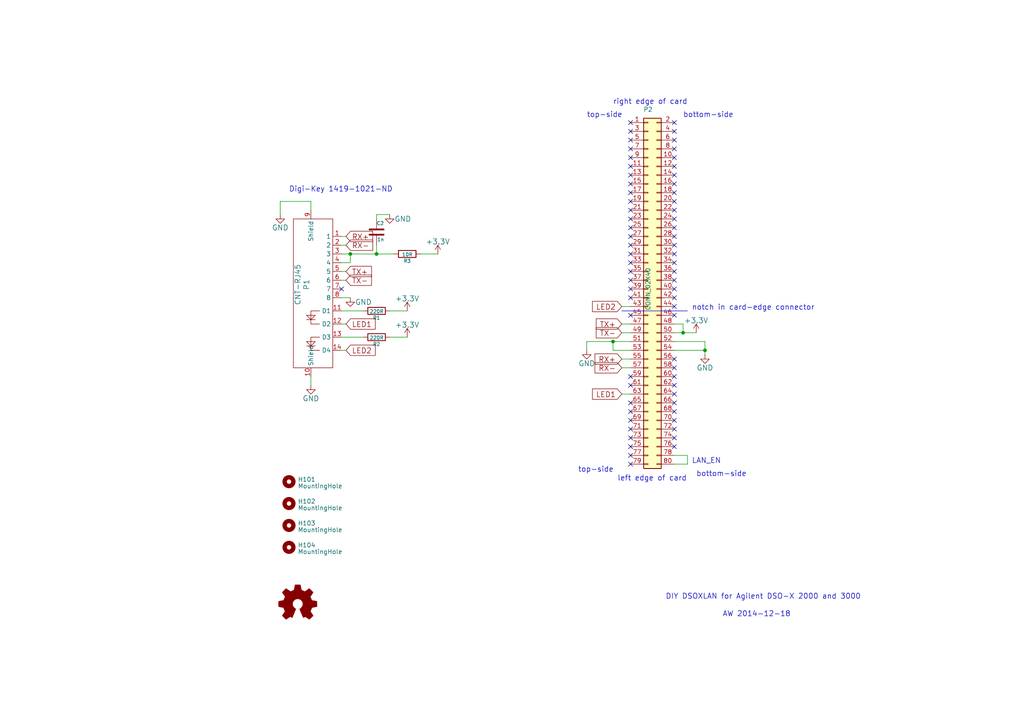
<source format=kicad_sch>
(kicad_sch (version 20230121) (generator eeschema)
  (paper "A4")
  (lib_symbols
    (symbol "Connector_Generic:Conn_02x40_Odd_Even" (pin_names (offset 1.016) hide)
      (property "Reference" "J" (at 1.27 50.8 0))
      (property "Value" "Conn_02x40_Odd_Even" (at 1.27 -53.34 0))
      (symbol "Conn_02x40_Odd_Even_1_1"
        (rectangle (start -1.27 -50.673) (end 0 -50.927) (stroke (width 0.1524)))
        (rectangle (start -1.27 -48.133) (end 0 -48.387) (stroke (width 0.1524)))
        (rectangle (start -1.27 -45.593) (end 0 -45.847) (stroke (width 0.1524)))
        (rectangle (start -1.27 -43.053) (end 0 -43.307) (stroke (width 0.1524)))
        (rectangle (start -1.27 -40.513) (end 0 -40.767) (stroke (width 0.1524)))
        (rectangle (start -1.27 -37.973) (end 0 -38.227) (stroke (width 0.1524)))
        (rectangle (start -1.27 -35.433) (end 0 -35.687) (stroke (width 0.1524)))
        (rectangle (start -1.27 -32.893) (end 0 -33.147) (stroke (width 0.1524)))
        (rectangle (start -1.27 -30.353) (end 0 -30.607) (stroke (width 0.1524)))
        (rectangle (start -1.27 -27.813) (end 0 -28.067) (stroke (width 0.1524)))
        (rectangle (start -1.27 -25.273) (end 0 -25.527) (stroke (width 0.1524)))
        (rectangle (start -1.27 -22.733) (end 0 -22.987) (stroke (width 0.1524)))
        (rectangle (start -1.27 -20.193) (end 0 -20.447) (stroke (width 0.1524)))
        (rectangle (start -1.27 -17.653) (end 0 -17.907) (stroke (width 0.1524)))
        (rectangle (start -1.27 -15.113) (end 0 -15.367) (stroke (width 0.1524)))
        (rectangle (start -1.27 -12.573) (end 0 -12.827) (stroke (width 0.1524)))
        (rectangle (start -1.27 -10.033) (end 0 -10.287) (stroke (width 0.1524)))
        (rectangle (start -1.27 -7.493) (end 0 -7.747) (stroke (width 0.1524)))
        (rectangle (start -1.27 -4.953) (end 0 -5.207) (stroke (width 0.1524)))
        (rectangle (start -1.27 -2.413) (end 0 -2.667) (stroke (width 0.1524)))
        (rectangle (start -1.27 0.127) (end 0 -0.127) (stroke (width 0.1524)))
        (rectangle (start -1.27 2.667) (end 0 2.413) (stroke (width 0.1524)))
        (rectangle (start -1.27 5.207) (end 0 4.953) (stroke (width 0.1524)))
        (rectangle (start -1.27 7.747) (end 0 7.493) (stroke (width 0.1524)))
        (rectangle (start -1.27 10.287) (end 0 10.033) (stroke (width 0.1524)))
        (rectangle (start -1.27 12.827) (end 0 12.573) (stroke (width 0.1524)))
        (rectangle (start -1.27 15.367) (end 0 15.113) (stroke (width 0.1524)))
        (rectangle (start -1.27 17.907) (end 0 17.653) (stroke (width 0.1524)))
        (rectangle (start -1.27 20.447) (end 0 20.193) (stroke (width 0.1524)))
        (rectangle (start -1.27 22.987) (end 0 22.733) (stroke (width 0.1524)))
        (rectangle (start -1.27 25.527) (end 0 25.273) (stroke (width 0.1524)))
        (rectangle (start -1.27 28.067) (end 0 27.813) (stroke (width 0.1524)))
        (rectangle (start -1.27 30.607) (end 0 30.353) (stroke (width 0.1524)))
        (rectangle (start -1.27 33.147) (end 0 32.893) (stroke (width 0.1524)))
        (rectangle (start -1.27 35.687) (end 0 35.433) (stroke (width 0.1524)))
        (rectangle (start -1.27 38.227) (end 0 37.973) (stroke (width 0.1524)))
        (rectangle (start -1.27 40.767) (end 0 40.513) (stroke (width 0.1524)))
        (rectangle (start -1.27 43.307) (end 0 43.053) (stroke (width 0.1524)))
        (rectangle (start -1.27 45.847) (end 0 45.593) (stroke (width 0.1524)))
        (rectangle (start -1.27 48.387) (end 0 48.133) (stroke (width 0.1524)))
        (rectangle (start -1.27 49.53) (end 3.81 -52.07) (stroke (width 0.254)) (fill (type background)))
        (rectangle (start 3.81 -50.673) (end 2.54 -50.927) (stroke (width 0.1524)))
        (rectangle (start 3.81 -48.133) (end 2.54 -48.387) (stroke (width 0.1524)))
        (rectangle (start 3.81 -45.593) (end 2.54 -45.847) (stroke (width 0.1524)))
        (rectangle (start 3.81 -43.053) (end 2.54 -43.307) (stroke (width 0.1524)))
        (rectangle (start 3.81 -40.513) (end 2.54 -40.767) (stroke (width 0.1524)))
        (rectangle (start 3.81 -37.973) (end 2.54 -38.227) (stroke (width 0.1524)))
        (rectangle (start 3.81 -35.433) (end 2.54 -35.687) (stroke (width 0.1524)))
        (rectangle (start 3.81 -32.893) (end 2.54 -33.147) (stroke (width 0.1524)))
        (rectangle (start 3.81 -30.353) (end 2.54 -30.607) (stroke (width 0.1524)))
        (rectangle (start 3.81 -27.813) (end 2.54 -28.067) (stroke (width 0.1524)))
        (rectangle (start 3.81 -25.273) (end 2.54 -25.527) (stroke (width 0.1524)))
        (rectangle (start 3.81 -22.733) (end 2.54 -22.987) (stroke (width 0.1524)))
        (rectangle (start 3.81 -20.193) (end 2.54 -20.447) (stroke (width 0.1524)))
        (rectangle (start 3.81 -17.653) (end 2.54 -17.907) (stroke (width 0.1524)))
        (rectangle (start 3.81 -15.113) (end 2.54 -15.367) (stroke (width 0.1524)))
        (rectangle (start 3.81 -12.573) (end 2.54 -12.827) (stroke (width 0.1524)))
        (rectangle (start 3.81 -10.033) (end 2.54 -10.287) (stroke (width 0.1524)))
        (rectangle (start 3.81 -7.493) (end 2.54 -7.747) (stroke (width 0.1524)))
        (rectangle (start 3.81 -4.953) (end 2.54 -5.207) (stroke (width 0.1524)))
        (rectangle (start 3.81 -2.413) (end 2.54 -2.667) (stroke (width 0.1524)))
        (rectangle (start 3.81 0.127) (end 2.54 -0.127) (stroke (width 0.1524)))
        (rectangle (start 3.81 2.667) (end 2.54 2.413) (stroke (width 0.1524)))
        (rectangle (start 3.81 5.207) (end 2.54 4.953) (stroke (width 0.1524)))
        (rectangle (start 3.81 7.747) (end 2.54 7.493) (stroke (width 0.1524)))
        (rectangle (start 3.81 10.287) (end 2.54 10.033) (stroke (width 0.1524)))
        (rectangle (start 3.81 12.827) (end 2.54 12.573) (stroke (width 0.1524)))
        (rectangle (start 3.81 15.367) (end 2.54 15.113) (stroke (width 0.1524)))
        (rectangle (start 3.81 17.907) (end 2.54 17.653) (stroke (width 0.1524)))
        (rectangle (start 3.81 20.447) (end 2.54 20.193) (stroke (width 0.1524)))
        (rectangle (start 3.81 22.987) (end 2.54 22.733) (stroke (width 0.1524)))
        (rectangle (start 3.81 25.527) (end 2.54 25.273) (stroke (width 0.1524)))
        (rectangle (start 3.81 28.067) (end 2.54 27.813) (stroke (width 0.1524)))
        (rectangle (start 3.81 30.607) (end 2.54 30.353) (stroke (width 0.1524)))
        (rectangle (start 3.81 33.147) (end 2.54 32.893) (stroke (width 0.1524)))
        (rectangle (start 3.81 35.687) (end 2.54 35.433) (stroke (width 0.1524)))
        (rectangle (start 3.81 38.227) (end 2.54 37.973) (stroke (width 0.1524)))
        (rectangle (start 3.81 40.767) (end 2.54 40.513) (stroke (width 0.1524)))
        (rectangle (start 3.81 43.307) (end 2.54 43.053) (stroke (width 0.1524)))
        (rectangle (start 3.81 45.847) (end 2.54 45.593) (stroke (width 0.1524)))
        (rectangle (start 3.81 48.387) (end 2.54 48.133) (stroke (width 0.1524)))
        (pin passive line (at -5.08 48.26 0) (length 3.81) (name "Pin_1") (number "1"))
        (pin passive line (at 7.62 38.1 180) (length 3.81) (name "Pin_10") (number "10"))
        (pin passive line (at -5.08 35.56 0) (length 3.81) (name "Pin_11") (number "11"))
        (pin passive line (at 7.62 35.56 180) (length 3.81) (name "Pin_12") (number "12"))
        (pin passive line (at -5.08 33.02 0) (length 3.81) (name "Pin_13") (number "13"))
        (pin passive line (at 7.62 33.02 180) (length 3.81) (name "Pin_14") (number "14"))
        (pin passive line (at -5.08 30.48 0) (length 3.81) (name "Pin_15") (number "15"))
        (pin passive line (at 7.62 30.48 180) (length 3.81) (name "Pin_16") (number "16"))
        (pin passive line (at -5.08 27.94 0) (length 3.81) (name "Pin_17") (number "17"))
        (pin passive line (at 7.62 27.94 180) (length 3.81) (name "Pin_18") (number "18"))
        (pin passive line (at -5.08 25.4 0) (length 3.81) (name "Pin_19") (number "19"))
        (pin passive line (at 7.62 48.26 180) (length 3.81) (name "Pin_2") (number "2"))
        (pin passive line (at 7.62 25.4 180) (length 3.81) (name "Pin_20") (number "20"))
        (pin passive line (at -5.08 22.86 0) (length 3.81) (name "Pin_21") (number "21"))
        (pin passive line (at 7.62 22.86 180) (length 3.81) (name "Pin_22") (number "22"))
        (pin passive line (at -5.08 20.32 0) (length 3.81) (name "Pin_23") (number "23"))
        (pin passive line (at 7.62 20.32 180) (length 3.81) (name "Pin_24") (number "24"))
        (pin passive line (at -5.08 17.78 0) (length 3.81) (name "Pin_25") (number "25"))
        (pin passive line (at 7.62 17.78 180) (length 3.81) (name "Pin_26") (number "26"))
        (pin passive line (at -5.08 15.24 0) (length 3.81) (name "Pin_27") (number "27"))
        (pin passive line (at 7.62 15.24 180) (length 3.81) (name "Pin_28") (number "28"))
        (pin passive line (at -5.08 12.7 0) (length 3.81) (name "Pin_29") (number "29"))
        (pin passive line (at -5.08 45.72 0) (length 3.81) (name "Pin_3") (number "3"))
        (pin passive line (at 7.62 12.7 180) (length 3.81) (name "Pin_30") (number "30"))
        (pin passive line (at -5.08 10.16 0) (length 3.81) (name "Pin_31") (number "31"))
        (pin passive line (at 7.62 10.16 180) (length 3.81) (name "Pin_32") (number "32"))
        (pin passive line (at -5.08 7.62 0) (length 3.81) (name "Pin_33") (number "33"))
        (pin passive line (at 7.62 7.62 180) (length 3.81) (name "Pin_34") (number "34"))
        (pin passive line (at -5.08 5.08 0) (length 3.81) (name "Pin_35") (number "35"))
        (pin passive line (at 7.62 5.08 180) (length 3.81) (name "Pin_36") (number "36"))
        (pin passive line (at -5.08 2.54 0) (length 3.81) (name "Pin_37") (number "37"))
        (pin passive line (at 7.62 2.54 180) (length 3.81) (name "Pin_38") (number "38"))
        (pin passive line (at -5.08 0 0) (length 3.81) (name "Pin_39") (number "39"))
        (pin passive line (at 7.62 45.72 180) (length 3.81) (name "Pin_4") (number "4"))
        (pin passive line (at 7.62 0 180) (length 3.81) (name "Pin_40") (number "40"))
        (pin passive line (at -5.08 -2.54 0) (length 3.81) (name "Pin_41") (number "41"))
        (pin passive line (at 7.62 -2.54 180) (length 3.81) (name "Pin_42") (number "42"))
        (pin passive line (at -5.08 -5.08 0) (length 3.81) (name "Pin_43") (number "43"))
        (pin passive line (at 7.62 -5.08 180) (length 3.81) (name "Pin_44") (number "44"))
        (pin passive line (at -5.08 -7.62 0) (length 3.81) (name "Pin_45") (number "45"))
        (pin passive line (at 7.62 -7.62 180) (length 3.81) (name "Pin_46") (number "46"))
        (pin passive line (at -5.08 -10.16 0) (length 3.81) (name "Pin_47") (number "47"))
        (pin passive line (at 7.62 -10.16 180) (length 3.81) (name "Pin_48") (number "48"))
        (pin passive line (at -5.08 -12.7 0) (length 3.81) (name "Pin_49") (number "49"))
        (pin passive line (at -5.08 43.18 0) (length 3.81) (name "Pin_5") (number "5"))
        (pin passive line (at 7.62 -12.7 180) (length 3.81) (name "Pin_50") (number "50"))
        (pin passive line (at -5.08 -15.24 0) (length 3.81) (name "Pin_51") (number "51"))
        (pin passive line (at 7.62 -15.24 180) (length 3.81) (name "Pin_52") (number "52"))
        (pin passive line (at -5.08 -17.78 0) (length 3.81) (name "Pin_53") (number "53"))
        (pin passive line (at 7.62 -17.78 180) (length 3.81) (name "Pin_54") (number "54"))
        (pin passive line (at -5.08 -20.32 0) (length 3.81) (name "Pin_55") (number "55"))
        (pin passive line (at 7.62 -20.32 180) (length 3.81) (name "Pin_56") (number "56"))
        (pin passive line (at -5.08 -22.86 0) (length 3.81) (name "Pin_57") (number "57"))
        (pin passive line (at 7.62 -22.86 180) (length 3.81) (name "Pin_58") (number "58"))
        (pin passive line (at -5.08 -25.4 0) (length 3.81) (name "Pin_59") (number "59"))
        (pin passive line (at 7.62 43.18 180) (length 3.81) (name "Pin_6") (number "6"))
        (pin passive line (at 7.62 -25.4 180) (length 3.81) (name "Pin_60") (number "60"))
        (pin passive line (at -5.08 -27.94 0) (length 3.81) (name "Pin_61") (number "61"))
        (pin passive line (at 7.62 -27.94 180) (length 3.81) (name "Pin_62") (number "62"))
        (pin passive line (at -5.08 -30.48 0) (length 3.81) (name "Pin_63") (number "63"))
        (pin passive line (at 7.62 -30.48 180) (length 3.81) (name "Pin_64") (number "64"))
        (pin passive line (at -5.08 -33.02 0) (length 3.81) (name "Pin_65") (number "65"))
        (pin passive line (at 7.62 -33.02 180) (length 3.81) (name "Pin_66") (number "66"))
        (pin passive line (at -5.08 -35.56 0) (length 3.81) (name "Pin_67") (number "67"))
        (pin passive line (at 7.62 -35.56 180) (length 3.81) (name "Pin_68") (number "68"))
        (pin passive line (at -5.08 -38.1 0) (length 3.81) (name "Pin_69") (number "69"))
        (pin passive line (at -5.08 40.64 0) (length 3.81) (name "Pin_7") (number "7"))
        (pin passive line (at 7.62 -38.1 180) (length 3.81) (name "Pin_70") (number "70"))
        (pin passive line (at -5.08 -40.64 0) (length 3.81) (name "Pin_71") (number "71"))
        (pin passive line (at 7.62 -40.64 180) (length 3.81) (name "Pin_72") (number "72"))
        (pin passive line (at -5.08 -43.18 0) (length 3.81) (name "Pin_73") (number "73"))
        (pin passive line (at 7.62 -43.18 180) (length 3.81) (name "Pin_74") (number "74"))
        (pin passive line (at -5.08 -45.72 0) (length 3.81) (name "Pin_75") (number "75"))
        (pin passive line (at 7.62 -45.72 180) (length 3.81) (name "Pin_76") (number "76"))
        (pin passive line (at -5.08 -48.26 0) (length 3.81) (name "Pin_77") (number "77"))
        (pin passive line (at 7.62 -48.26 180) (length 3.81) (name "Pin_78") (number "78"))
        (pin passive line (at -5.08 -50.8 0) (length 3.81) (name "Pin_79") (number "79"))
        (pin passive line (at 7.62 40.64 180) (length 3.81) (name "Pin_8") (number "8"))
        (pin passive line (at 7.62 -50.8 180) (length 3.81) (name "Pin_80") (number "80"))
        (pin passive line (at -5.08 38.1 0) (length 3.81) (name "Pin_9") (number "9"))
      )
    )
    (symbol "Device:C" (pin_numbers hide) (pin_names (offset 0.254))
      (property "Reference" "C" (at 0.635 2.54 0))
      (property "Value" "C" (at 0.635 -2.54 0))
      (symbol "C_0_1"
        (polyline (pts (xy -2.032 -0.762) (xy 2.032 -0.762)) (stroke (width 0.508)))
        (polyline (pts (xy -2.032 0.762) (xy 2.032 0.762)) (stroke (width 0.508)))
      )
      (symbol "C_1_1"
        (pin passive line (at 0 3.81 270) (length 2.794) (name "~") (number "1"))
        (pin passive line (at 0 -3.81 90) (length 2.794) (name "~") (number "2"))
      )
    )
    (symbol "Device:R" (pin_numbers hide) (pin_names (offset 0))
      (property "Reference" "R" (at 2.032 0 90))
      (property "Value" "R" (at 0 0 90))
      (symbol "R_0_1"
        (rectangle (start -1.016 -2.54) (end 1.016 2.54) (stroke (width 0.254)))
      )
      (symbol "R_1_1"
        (pin passive line (at 0 3.81 270) (length 1.27) (name "~") (number "1"))
        (pin passive line (at 0 -3.81 90) (length 1.27) (name "~") (number "2"))
      )
    )
    (symbol "Graphic:Logo_Open_Hardware_Small" (in_bom no) (on_board no)
      (symbol "Logo_Open_Hardware_Small_0_1"
        (polyline (pts (xy 3.3528 -4.3434) (xy 3.302 -4.318) (xy 3.175 -4.2418) (xy 2.9972 -4.1148) (xy 2.7686 -3.9624) (xy 2.54 -3.81) (xy 2.3622 -3.7084) (xy 2.2352 -3.6068) (xy 2.1844 -3.5814) (xy 2.159 -3.6068) (xy 2.0574 -3.6576) (xy 1.905 -3.7338) (xy 1.8034 -3.7846) (xy 1.6764 -3.8354) (xy 1.6002 -3.8354) (xy 1.6002 -3.8354) (xy 1.5494 -3.7338) (xy 1.4732 -3.5306) (xy 1.3462 -3.302) (xy 1.2446 -3.0226) (xy 1.1176 -2.7178) (xy 0.9652 -2.413) (xy 0.8636 -2.1082) (xy 0.7366 -1.8288) (xy 0.6604 -1.6256) (xy 0.6096 -1.4732) (xy 0.5842 -1.397) (xy 0.5842 -1.397) (xy 0.6604 -1.3208) (xy 0.7874 -1.2446) (xy 1.0414 -1.016) (xy 1.2954 -0.6858) (xy 1.4478 -0.3302) (xy 1.524 0.0762) (xy 1.4732 0.4572) (xy 1.3208 0.8128) (xy 1.0668 1.143) (xy 0.762 1.3716) (xy 0.4064 1.524) (xy 0 1.5748) (xy -0.381 1.5494) (xy -0.7366 1.397) (xy -1.0668 1.143) (xy -1.2192 0.9906) (xy -1.397 0.6604) (xy -1.524 0.3048) (xy -1.524 0.2286) (xy -1.4986 -0.1778) (xy -1.397 -0.5334) (xy -1.1938 -0.8636) (xy -0.9144 -1.143) (xy -0.8636 -1.1684) (xy -0.7366 -1.27) (xy -0.635 -1.3462) (xy -0.5842 -1.397) (xy -1.0668 -2.5908) (xy -1.143 -2.794) (xy -1.2954 -3.1242) (xy -1.397 -3.4036) (xy -1.4986 -3.6322) (xy -1.5748 -3.7846) (xy -1.6002 -3.8354) (xy -1.6002 -3.8354) (xy -1.651 -3.8354) (xy -1.7272 -3.81) (xy -1.905 -3.7338) (xy -2.0066 -3.683) (xy -2.1336 -3.6068) (xy -2.2098 -3.5814) (xy -2.2606 -3.6068) (xy -2.3622 -3.683) (xy -2.54 -3.81) (xy -2.7686 -3.9624) (xy -2.9718 -4.0894) (xy -3.1496 -4.2164) (xy -3.302 -4.318) (xy -3.3528 -4.3434) (xy -3.3782 -4.3434) (xy -3.429 -4.318) (xy -3.5306 -4.2164) (xy -3.7084 -4.064) (xy -3.937 -3.8354) (xy -3.9624 -3.81) (xy -4.1656 -3.6068) (xy -4.318 -3.4544) (xy -4.4196 -3.3274) (xy -4.445 -3.2766) (xy -4.445 -3.2766) (xy -4.4196 -3.2258) (xy -4.318 -3.0734) (xy -4.2164 -2.8956) (xy -4.064 -2.667) (xy -3.6576 -2.0828) (xy -3.8862 -1.5494) (xy -3.937 -1.3716) (xy -4.0386 -1.1684) (xy -4.0894 -1.0414) (xy -4.1148 -0.9652) (xy -4.191 -0.9398) (xy -4.318 -0.9144) (xy -4.5466 -0.8636) (xy -4.8006 -0.8128) (xy -5.0546 -0.7874) (xy -5.2578 -0.7366) (xy -5.4356 -0.7112) (xy -5.5118 -0.6858) (xy -5.5118 -0.6858) (xy -5.5372 -0.635) (xy -5.5372 -0.5588) (xy -5.5372 -0.4318) (xy -5.5626 -0.2286) (xy -5.5626 0.0762) (xy -5.5626 0.127) (xy -5.5372 0.4064) (xy -5.5372 0.635) (xy -5.5372 0.762) (xy -5.5372 0.8382) (xy -5.5372 0.8382) (xy -5.461 0.8382) (xy -5.3086 0.889) (xy -5.08 0.9144) (xy -4.826 0.9652) (xy -4.8006 0.9906) (xy -4.5466 1.0414) (xy -4.318 1.0668) (xy -4.1656 1.1176) (xy -4.0894 1.143) (xy -4.0894 1.143) (xy -4.0386 1.2446) (xy -3.9624 1.4224) (xy -3.8608 1.6256) (xy -3.7846 1.8288) (xy -3.7084 2.0066) (xy -3.6576 2.159) (xy -3.6322 2.2098) (xy -3.6322 2.2098) (xy -3.683 2.286) (xy -3.7592 2.413) (xy -3.8862 2.5908) (xy -4.064 2.8194) (xy -4.064 2.8448) (xy -4.2164 3.0734) (xy -4.3434 3.2512) (xy -4.4196 3.3782) (xy -4.445 3.4544) (xy -4.445 3.4544) (xy -4.3942 3.5052) (xy -4.2926 3.6322) (xy -4.1148 3.81) (xy -3.937 4.0132) (xy -3.8608 4.064) (xy -3.6576 4.2926) (xy -3.5052 4.4196) (xy -3.4036 4.4958) (xy -3.3528 4.5212) (xy -3.3528 4.5212) (xy -3.302 4.4704) (xy -3.1496 4.3688) (xy -2.9718 4.2418) (xy -2.7432 4.0894) (xy -2.7178 4.0894) (xy -2.4892 3.937) (xy -2.3114 3.81) (xy -2.1844 3.7084) (xy -2.1336 3.683) (xy -2.1082 3.683) (xy -2.032 3.7084) (xy -1.8542 3.7592) (xy -1.6764 3.8354) (xy -1.4732 3.937) (xy -1.27 4.0132) (xy -1.143 4.064) (xy -1.0668 4.1148) (xy -1.0668 4.1148) (xy -1.0414 4.191) (xy -1.016 4.3434) (xy -0.9652 4.572) (xy -0.9144 4.8514) (xy -0.889 4.9022) (xy -0.8382 5.1562) (xy -0.8128 5.3848) (xy -0.7874 5.5372) (xy -0.762 5.588) (xy -0.7112 5.6134) (xy -0.5842 5.6134) (xy -0.4064 5.6134) (xy -0.1524 5.6134) (xy 0.0762 5.6134) (xy 0.3302 5.6134) (xy 0.5334 5.6134) (xy 0.6858 5.588) (xy 0.7366 5.588) (xy 0.7366 5.588) (xy 0.762 5.5118) (xy 0.8128 5.334) (xy 0.8382 5.1054) (xy 0.9144 4.826) (xy 0.9144 4.7752) (xy 0.9652 4.5212) (xy 1.016 4.2926) (xy 1.0414 4.1402) (xy 1.0668 4.0894) (xy 1.0668 4.0894) (xy 1.1938 4.0386) (xy 1.3716 3.9624) (xy 1.5748 3.8608) (xy 2.0828 3.6576) (xy 2.7178 4.0894) (xy 2.7686 4.1402) (xy 2.9972 4.2926) (xy 3.175 4.4196) (xy 3.302 4.4958) (xy 3.3782 4.5212) (xy 3.3782 4.5212) (xy 3.429 4.4704) (xy 3.556 4.3434) (xy 3.7338 4.191) (xy 3.9116 3.9878) (xy 4.064 3.8354) (xy 4.2418 3.6576) (xy 4.3434 3.556) (xy 4.4196 3.4798) (xy 4.4196 3.429) (xy 4.4196 3.4036) (xy 4.3942 3.3274) (xy 4.2926 3.2004) (xy 4.1656 2.9972) (xy 4.0132 2.794) (xy 3.8862 2.5908) (xy 3.7592 2.3876) (xy 3.6576 2.2352) (xy 3.6322 2.159) (xy 3.6322 2.1336) (xy 3.683 2.0066) (xy 3.7592 1.8288) (xy 3.8608 1.6002) (xy 4.064 1.1176) (xy 4.3942 1.0414) (xy 4.5974 1.016) (xy 4.8768 0.9652) (xy 5.1308 0.9144) (xy 5.5372 0.8382) (xy 5.5626 -0.6604) (xy 5.4864 -0.6858) (xy 5.4356 -0.6858) (xy 5.2832 -0.7366) (xy 5.0546 -0.762) (xy 4.8006 -0.8128) (xy 4.5974 -0.8636) (xy 4.3688 -0.9144) (xy 4.2164 -0.9398) (xy 4.1402 -0.9398) (xy 4.1148 -0.9652) (xy 4.064 -1.0668) (xy 3.9878 -1.2446) (xy 3.9116 -1.4478) (xy 3.81 -1.651) (xy 3.7338 -1.8542) (xy 3.683 -2.0066) (xy 3.6576 -2.0828) (xy 3.683 -2.1336) (xy 3.7846 -2.2606) (xy 3.8862 -2.4638) (xy 4.0386 -2.667) (xy 4.191 -2.8956) (xy 4.318 -3.0734) (xy 4.3942 -3.2004) (xy 4.445 -3.2766) (xy 4.4196 -3.3274) (xy 4.3434 -3.429) (xy 4.1656 -3.5814) (xy 3.937 -3.8354) (xy 3.8862 -3.8608) (xy 3.683 -4.064) (xy 3.5306 -4.2164) (xy 3.4036 -4.318) (xy 3.3528 -4.3434)) (fill (type outline)))
      )
    )
    (symbol "Mechanical:MountingHole" (pin_names (offset 1.016))
      (property "Reference" "H" (at 0 5.08 0))
      (property "Value" "MountingHole" (at 0 3.175 0))
      (symbol "MountingHole_0_1"
        (circle (center 0 0) (radius 1.27) (stroke (width 1.27)))
      )
    )
    (symbol "dsoxlan:CNT-RJ45"
      (property "Reference" "P?" (at 3.81 21.59 0))
      (symbol "CNT-RJ45_0_1"
        (rectangle (start -5.08 20.32) (end 6.35 -22.86))
        (polyline (pts (xy -1.27 -16.51) (xy 1.27 -16.51)))
        (polyline (pts (xy -1.27 -8.89) (xy 1.27 -8.89)))
        (polyline (pts (xy -1.27 -15.24) (xy 1.27 -15.24) (xy 0 -16.51) (xy -1.27 -15.24)))
        (polyline (pts (xy -1.27 -7.62) (xy 1.27 -7.62) (xy 0 -8.89) (xy -1.27 -7.62)))
        (polyline (pts (xy 2.54 -13.97) (xy 0 -13.97) (xy 0 -17.78) (xy 2.54 -17.78)))
        (polyline (pts (xy 2.54 -6.35) (xy 0 -6.35) (xy 0 -10.16) (xy 2.54 -10.16)))
      )
      (symbol "CNT-RJ45_1_1"
        (pin passive line (at 8.89 15.24 180) (length 2.54) (name "1") (number "1"))
        (pin passive line (at 0 -25.4 90) (length 2.54) (name "Shield") (number "10"))
        (pin passive line (at 8.89 -6.35 180) (length 2.54) (name "D1") (number "11"))
        (pin passive line (at 8.89 -10.16 180) (length 2.54) (name "D2") (number "12"))
        (pin passive line (at 8.89 -13.97 180) (length 2.54) (name "D3") (number "13"))
        (pin passive line (at 8.89 -17.78 180) (length 2.54) (name "D4") (number "14"))
        (pin passive line (at 8.89 12.7 180) (length 2.54) (name "2") (number "2"))
        (pin passive line (at 8.89 10.16 180) (length 2.54) (name "3") (number "3"))
        (pin passive line (at 8.89 7.62 180) (length 2.54) (name "4") (number "4"))
        (pin passive line (at 8.89 5.08 180) (length 2.54) (name "5") (number "5"))
        (pin passive line (at 8.89 2.54 180) (length 2.54) (name "6") (number "6"))
        (pin passive line (at 8.89 0 180) (length 2.54) (name "7") (number "7"))
        (pin passive line (at 8.89 -2.54 180) (length 2.54) (name "8") (number "8"))
        (pin passive line (at 0 22.86 270) (length 2.54) (name "Shield") (number "9"))
      )
    )
    (symbol "power:+3.3V" (power) (pin_names (offset 0))
      (property "Value" "+3.3V" (at 0 3.556 0))
      (symbol "+3.3V_0_1"
        (polyline (pts (xy -0.762 1.27) (xy 0 2.54)))
        (polyline (pts (xy 0 0) (xy 0 2.54)))
        (polyline (pts (xy 0 2.54) (xy 0.762 1.27)))
      )
      (symbol "+3.3V_1_1"
        (pin power_in line (at 0 0 90) (length 0) hide (name "+3.3V") (number "1"))
      )
    )
    (symbol "power:GND" (power) (pin_names (offset 0))
      (property "Value" "GND" (at 0 -3.81 0))
      (symbol "GND_0_1"
        (polyline (pts (xy 0 0) (xy 0 -1.27) (xy 1.27 -1.27) (xy 0 -2.54) (xy -1.27 -1.27) (xy 0 -1.27)))
      )
      (symbol "GND_1_1"
        (pin power_in line (at 0 0 270) (length 0) hide (name "GND") (number "1"))
      )
    )
  )
  (junction (at 204.47 101.6))
  (junction (at 177.8 99.06))
  (junction (at 101.6 73.66))
  (junction (at 109.22 73.66))
  (junction (at 198.12 96.52))
  (no_connect (at 195.58 68.58))
  (no_connect (at 195.58 55.88))
  (no_connect (at 182.88 55.88))
  (no_connect (at 182.88 132.08))
  (no_connect (at 195.58 114.3))
  (no_connect (at 99.06 83.82))
  (no_connect (at 195.58 48.26))
  (no_connect (at 195.58 45.72))
  (no_connect (at 182.88 134.62))
  (no_connect (at 195.58 83.82))
  (no_connect (at 182.88 48.26))
  (no_connect (at 182.88 73.66))
  (no_connect (at 182.88 35.56))
  (no_connect (at 182.88 81.28))
  (no_connect (at 182.88 45.72))
  (no_connect (at 182.88 119.38))
  (no_connect (at 195.58 43.18))
  (no_connect (at 195.58 76.2))
  (no_connect (at 182.88 71.12))
  (no_connect (at 182.88 76.2))
  (no_connect (at 195.58 109.22))
  (no_connect (at 195.58 40.64))
  (no_connect (at 182.88 86.36))
  (no_connect (at 195.58 60.96))
  (no_connect (at 195.58 71.12))
  (no_connect (at 195.58 58.42))
  (no_connect (at 182.88 129.54))
  (no_connect (at 195.58 35.56))
  (no_connect (at 195.58 104.14))
  (no_connect (at 182.88 43.18))
  (no_connect (at 182.88 124.46))
  (no_connect (at 195.58 127))
  (no_connect (at 195.58 106.68))
  (no_connect (at 195.58 124.46))
  (no_connect (at 195.58 91.44))
  (no_connect (at 182.88 116.84))
  (no_connect (at 195.58 81.28))
  (no_connect (at 195.58 86.36))
  (no_connect (at 182.88 58.42))
  (no_connect (at 195.58 121.92))
  (no_connect (at 182.88 63.5))
  (no_connect (at 182.88 60.96))
  (no_connect (at 182.88 109.22))
  (no_connect (at 182.88 66.04))
  (no_connect (at 182.88 121.92))
  (no_connect (at 195.58 66.04))
  (no_connect (at 195.58 116.84))
  (no_connect (at 182.88 40.64))
  (no_connect (at 182.88 111.76))
  (no_connect (at 195.58 129.54))
  (no_connect (at 182.88 50.8))
  (no_connect (at 195.58 50.8))
  (no_connect (at 195.58 63.5))
  (no_connect (at 195.58 38.1))
  (no_connect (at 195.58 88.9))
  (no_connect (at 182.88 91.44))
  (no_connect (at 195.58 78.74))
  (no_connect (at 182.88 127))
  (no_connect (at 195.58 119.38))
  (no_connect (at 182.88 83.82))
  (no_connect (at 182.88 78.74))
  (no_connect (at 182.88 38.1))
  (no_connect (at 195.58 53.34))
  (no_connect (at 182.88 53.34))
  (no_connect (at 195.58 111.76))
  (no_connect (at 195.58 73.66))
  (no_connect (at 182.88 68.58))
  (wire (pts (xy 195.58 99.06) (xy 204.47 99.06)))
  (wire (pts (xy 100.33 93.98) (xy 99.06 93.98)))
  (wire (pts (xy 100.33 81.28) (xy 99.06 81.28)))
  (wire (pts (xy 109.22 62.23) (xy 109.22 63.5)))
  (wire (pts (xy 182.88 96.52) (xy 180.34 96.52)))
  (wire (pts (xy 121.92 73.66) (xy 127 73.66)))
  (wire (pts (xy 199.39 132.08) (xy 199.39 134.62)))
  (wire (pts (xy 109.22 73.66) (xy 114.3 73.66)))
  (wire (pts (xy 180.34 106.68) (xy 182.88 106.68)))
  (wire (pts (xy 182.88 114.3) (xy 180.34 114.3)))
  (wire (pts (xy 170.18 99.06) (xy 177.8 99.06)))
  (wire (pts (xy 99.06 73.66) (xy 101.6 73.66)))
  (wire (pts (xy 195.58 93.98) (xy 198.12 93.98)))
  (wire (pts (xy 195.58 101.6) (xy 204.47 101.6)))
  (wire (pts (xy 90.17 111.76) (xy 90.17 109.22)))
  (wire (pts (xy 201.93 96.52) (xy 198.12 96.52)))
  (wire (pts (xy 81.28 62.23) (xy 81.28 58.42)))
  (wire (pts (xy 204.47 101.6) (xy 204.47 102.87)))
  (wire (pts (xy 204.47 99.06) (xy 204.47 101.6)))
  (wire (pts (xy 101.6 73.66) (xy 101.6 76.2)))
  (wire (pts (xy 198.12 93.98) (xy 198.12 96.52)))
  (wire (pts (xy 101.6 86.36) (xy 99.06 86.36)))
  (wire (pts (xy 100.33 71.12) (xy 99.06 71.12)))
  (wire (pts (xy 195.58 132.08) (xy 199.39 132.08)))
  (wire (pts (xy 101.6 73.66) (xy 109.22 73.66)))
  (wire (pts (xy 81.28 58.42) (xy 90.17 58.42)))
  (wire (pts (xy 199.39 134.62) (xy 195.58 134.62)))
  (wire (pts (xy 109.22 62.23) (xy 113.03 62.23)))
  (wire (pts (xy 100.33 101.6) (xy 99.06 101.6)))
  (wire (pts (xy 101.6 76.2) (xy 99.06 76.2)))
  (wire (pts (xy 113.03 90.17) (xy 118.11 90.17)))
  (wire (pts (xy 177.8 99.06) (xy 182.88 99.06)))
  (wire (pts (xy 100.33 68.58) (xy 99.06 68.58)))
  (wire (pts (xy 198.12 96.52) (xy 195.58 96.52)))
  (wire (pts (xy 99.06 90.17) (xy 105.41 90.17)))
  (polyline (pts (xy 180.34 90.17) (xy 199.39 90.17)))
  (wire (pts (xy 99.06 97.79) (xy 105.41 97.79)))
  (wire (pts (xy 90.17 58.42) (xy 90.17 60.96)))
  (wire (pts (xy 100.33 78.74) (xy 99.06 78.74)))
  (wire (pts (xy 109.22 71.12) (xy 109.22 73.66)))
  (wire (pts (xy 182.88 88.9) (xy 180.34 88.9)))
  (wire (pts (xy 182.88 93.98) (xy 180.34 93.98)))
  (wire (pts (xy 170.18 99.06) (xy 170.18 101.6)))
  (wire (pts (xy 113.03 97.79) (xy 118.11 97.79)))
  (wire (pts (xy 177.8 101.6) (xy 177.8 99.06)))
  (wire (pts (xy 182.88 101.6) (xy 177.8 101.6)))
  (wire (pts (xy 180.34 104.14) (xy 182.88 104.14)))
  (text "bottom-side" (at 201.93 138.43 0) (effects (font (size 1.524 1.524)) (justify left bottom)))
  (text "Digi-Key 1419-1021-ND" (at 83.82 55.88 0) (effects (font (size 1.524 1.524)) (justify left bottom)))
  (text "top-side" (at 170.18 34.29 0) (effects (font (size 1.524 1.524)) (justify left bottom)))
  (text "left edge of card" (at 179.07 139.7 0) (effects (font (size 1.524 1.524)) (justify left bottom)))
  (text "DIY DSOXLAN for Agilent DSO-X 2000 and 3000" (at 193.04 173.99 0) (effects (font (size 1.524 1.524)) (justify left bottom)))
  (text "AW 2014-12-18" (at 209.55 179.07 0) (effects (font (size 1.524 1.524)) (justify left bottom)))
  (text "right edge of card" (at 177.8 30.48 0) (effects (font (size 1.524 1.524)) (justify left bottom)))
  (text "top-side" (at 167.64 137.16 0) (effects (font (size 1.524 1.524)) (justify left bottom)))
  (text "bottom-side" (at 198.12 34.29 0) (effects (font (size 1.524 1.524)) (justify left bottom)))
  (text "notch in card-edge connector" (at 200.66 90.17 0) (effects (font (size 1.524 1.524)) (justify left bottom)))
  (text "LAN_EN" (at 200.66 134.62 0) (effects (font (size 1.524 1.524)) (justify left bottom)))
  (global_label "TX-" (shape input) (at 100.33 81.28 0) (effects (font (size 1.524 1.524))) (property "Intersheetrefs" "${INTERSHEET_REFS}" (effects hide)))
  (global_label "LED2" (shape input) (at 180.34 88.9 180) (effects (font (size 1.524 1.524))) (property "Intersheetrefs" "${INTERSHEET_REFS}" (effects hide)))
  (global_label "RX+" (shape input) (at 180.34 104.14 180) (effects (font (size 1.524 1.524))) (property "Intersheetrefs" "${INTERSHEET_REFS}" (effects hide)))
  (global_label "TX-" (shape input) (at 180.34 96.52 180) (effects (font (size 1.524 1.524))) (property "Intersheetrefs" "${INTERSHEET_REFS}" (effects hide)))
  (global_label "RX-" (shape input) (at 180.34 106.68 180) (effects (font (size 1.524 1.524))) (property "Intersheetrefs" "${INTERSHEET_REFS}" (effects hide)))
  (global_label "RX+" (shape input) (at 100.33 68.58 0) (effects (font (size 1.524 1.524))) (property "Intersheetrefs" "${INTERSHEET_REFS}" (effects hide)))
  (global_label "LED1" (shape input) (at 180.34 114.3 180) (effects (font (size 1.524 1.524))) (property "Intersheetrefs" "${INTERSHEET_REFS}" (effects hide)))
  (global_label "TX+" (shape input) (at 100.33 78.74 0) (effects (font (size 1.524 1.524))) (property "Intersheetrefs" "${INTERSHEET_REFS}" (effects hide)))
  (global_label "RX-" (shape input) (at 100.33 71.12 0) (effects (font (size 1.524 1.524))) (property "Intersheetrefs" "${INTERSHEET_REFS}" (effects hide)))
  (global_label "LED1" (shape input) (at 100.33 93.98 0) (effects (font (size 1.524 1.524))) (property "Intersheetrefs" "${INTERSHEET_REFS}" (effects hide)))
  (global_label "TX+" (shape input) (at 180.34 93.98 180) (effects (font (size 1.524 1.524))) (property "Intersheetrefs" "${INTERSHEET_REFS}" (effects hide)))
  (global_label "LED2" (shape input) (at 100.33 101.6 0) (effects (font (size 1.524 1.524))) (property "Intersheetrefs" "${INTERSHEET_REFS}" (effects hide)))
  (symbol (lib_id "dsoxlan:CNT-RJ45") (at 90.17 83.82 0) (unit 1)
    (property "Reference" "P1" (at 88.9 82.55 90) (effects (font (size 1.524 1.524))))
    (property "Value" "CNT-RJ45" (at 86.36 82.55 90) (effects (font (size 1.524 1.524))))
    (property "Footprint" "DSOXLAN:ETH-MAGJACK" (effects hide))
  )
  (symbol (lib_id "power:GND") (at 90.17 111.76 0) (unit 1)
    (property "Reference" "#PWR01" (effects hide))
    (property "Value" "GND" (at 90.17 115.57 0) (effects (font (size 1.524 1.524))))
  )
  (symbol (lib_id "Device:R") (at 109.22 97.79 270) (unit 1)
    (property "Reference" "R2" (at 109.22 99.822 90) (effects (font (size 1.016 1.016))))
    (property "Value" "220R" (at 109.2454 97.9678 90) (effects (font (size 1.016 1.016))))
    (property "Footprint" "Resistor_SMD:R_0805_2012Metric_Pad1.20x1.40mm_HandSolder" (effects hide))
  )
  (symbol (lib_id "Device:R") (at 109.22 90.17 270) (unit 1)
    (property "Reference" "R1" (at 109.22 92.202 90) (effects (font (size 1.016 1.016))))
    (property "Value" "220R" (at 109.2454 90.3478 90) (effects (font (size 1.016 1.016))))
    (property "Footprint" "Resistor_SMD:R_0805_2012Metric_Pad1.20x1.40mm_HandSolder" (effects hide))
  )
  (symbol (lib_id "power:+3.3V") (at 118.11 90.17 0) (unit 1)
    (property "Reference" "#PWR02" (effects hide))
    (property "Value" "+3V3" (at 118.11 86.614 0) (effects (font (size 1.524 1.524))))
  )
  (symbol (lib_id "power:+3.3V") (at 118.11 97.79 0) (unit 1)
    (property "Reference" "#PWR03" (effects hide))
    (property "Value" "+3V3" (at 118.11 94.234 0) (effects (font (size 1.524 1.524))))
  )
  (symbol (lib_id "power:GND") (at 101.6 86.36 0) (unit 1)
    (property "Reference" "#PWR04" (effects hide))
    (property "Value" "GND" (at 105.41 87.63 0) (effects (font (size 1.524 1.524))))
  )
  (symbol (lib_id "Device:C") (at 109.22 67.31 0) (unit 1)
    (property "Reference" "C2" (at 109.22 64.77 0) (effects (font (size 1.016 1.016)) (justify left)))
    (property "Value" "1n" (at 109.3724 69.469 0) (effects (font (size 1.016 1.016)) (justify left)))
    (property "Footprint" "Capacitor_SMD:C_0805_2012Metric_Pad1.18x1.45mm_HandSolder" (effects hide))
  )
  (symbol (lib_id "power:GND") (at 113.03 62.23 0) (unit 1)
    (property "Reference" "#PWR05" (effects hide))
    (property "Value" "GND" (at 116.84 63.5 0) (effects (font (size 1.524 1.524))))
  )
  (symbol (lib_id "Device:R") (at 118.11 73.66 270) (unit 1)
    (property "Reference" "R3" (at 118.11 75.692 90) (effects (font (size 1.016 1.016))))
    (property "Value" "10R" (at 118.1354 73.8378 90) (effects (font (size 1.016 1.016))))
    (property "Footprint" "Resistor_SMD:R_0805_2012Metric_Pad1.20x1.40mm_HandSolder" (effects hide))
  )
  (symbol (lib_id "power:+3.3V") (at 127 73.66 0) (unit 1)
    (property "Reference" "#PWR06" (effects hide))
    (property "Value" "+3V3" (at 127 70.104 0) (effects (font (size 1.524 1.524))))
  )
  (symbol (lib_id "Connector_Generic:Conn_02x40_Odd_Even") (at 187.96 83.82 0) (unit 1)
    (property "Reference" "P2" (at 187.96 31.75 0))
    (property "Value" "CONN_02X40" (at 187.96 83.82 90))
    (property "Footprint" "DSOXLAN:cardedge_40x2" (effects hide))
  )
  (symbol (lib_id "power:GND") (at 170.18 101.6 0) (unit 1)
    (property "Reference" "#PWR07" (effects hide))
    (property "Value" "GND" (at 170.18 105.41 0) (effects (font (size 1.524 1.524))))
  )
  (symbol (lib_id "power:GND") (at 204.47 102.87 0) (unit 1)
    (property "Reference" "#PWR08" (effects hide))
    (property "Value" "GND" (at 204.47 106.68 0) (effects (font (size 1.524 1.524))))
  )
  (symbol (lib_id "power:+3.3V") (at 201.93 96.52 0) (unit 1)
    (property "Reference" "#PWR09" (effects hide))
    (property "Value" "+3V3" (at 201.93 92.964 0) (effects (font (size 1.524 1.524))))
  )
  (symbol (lib_id "power:GND") (at 81.28 62.23 0) (unit 1)
    (property "Reference" "#PWR010" (effects hide))
    (property "Value" "GND" (at 81.28 66.04 0) (effects (font (size 1.524 1.524))))
  )
  (symbol (lib_id "Mechanical:MountingHole") (at 83.82 139.7 0) (unit 1)
    (property "Reference" "H101" (at 86.36 139.0563 0) (effects (justify left)))
    (property "Value" "MountingHole" (at 86.36 140.9773 0) (effects (justify left)))
    (property "Footprint" "MountingHole:MountingHole_3.2mm_M3_ISO7380" (effects hide))
  )
  (symbol (lib_id "Mechanical:MountingHole") (at 83.82 158.75 0) (unit 1)
    (property "Reference" "H104" (at 86.36 158.1063 0) (effects (justify left)))
    (property "Value" "MountingHole" (at 86.36 160.0273 0) (effects (justify left)))
    (property "Footprint" "MountingHole:MountingHole_3.2mm_M3_ISO7380" (effects hide))
  )
  (symbol (lib_id "Mechanical:MountingHole") (at 83.82 146.05 0) (unit 1)
    (property "Reference" "H102" (at 86.36 145.4063 0) (effects (justify left)))
    (property "Value" "MountingHole" (at 86.36 147.3273 0) (effects (justify left)))
    (property "Footprint" "MountingHole:MountingHole_3.2mm_M3_ISO7380" (effects hide))
  )
  (symbol (lib_id "Graphic:Logo_Open_Hardware_Small") (at 86.36 175.26 0) (unit 1) (in_bom no)
    (property "Reference" "SYM101" (effects hide))
    (property "Value" "Logo_Open_Hardware_Small" (effects hide))
    (property "Footprint" "Symbol:OSHW-Symbol_6.7x6mm_Copper" (effects hide))
    (property "Sim.Enable" "0" (effects hide))
  )
  (symbol (lib_id "Mechanical:MountingHole") (at 83.82 152.4 0) (unit 1)
    (property "Reference" "H103" (at 86.36 151.7563 0) (effects (justify left)))
    (property "Value" "MountingHole" (at 86.36 153.6773 0) (effects (justify left)))
    (property "Footprint" "MountingHole:MountingHole_3.2mm_M3_ISO7380" (effects hide))
  )
)
</source>
